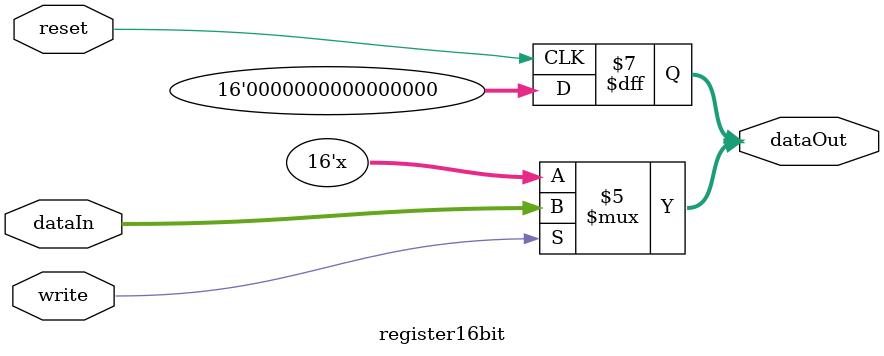
<source format=v>
`timescale 1ns / 1ps
module register16bit(dataIn, write, reset, dataOut
    );
	input [15:0] dataIn;
	input write, reset;
	output reg [15:0] dataOut;
	
	always @(posedge reset) dataOut = 0;
	
	always @(write, dataIn) begin
		if (write == 1) begin
			dataOut = dataIn;
		end
	end

endmodule

</source>
